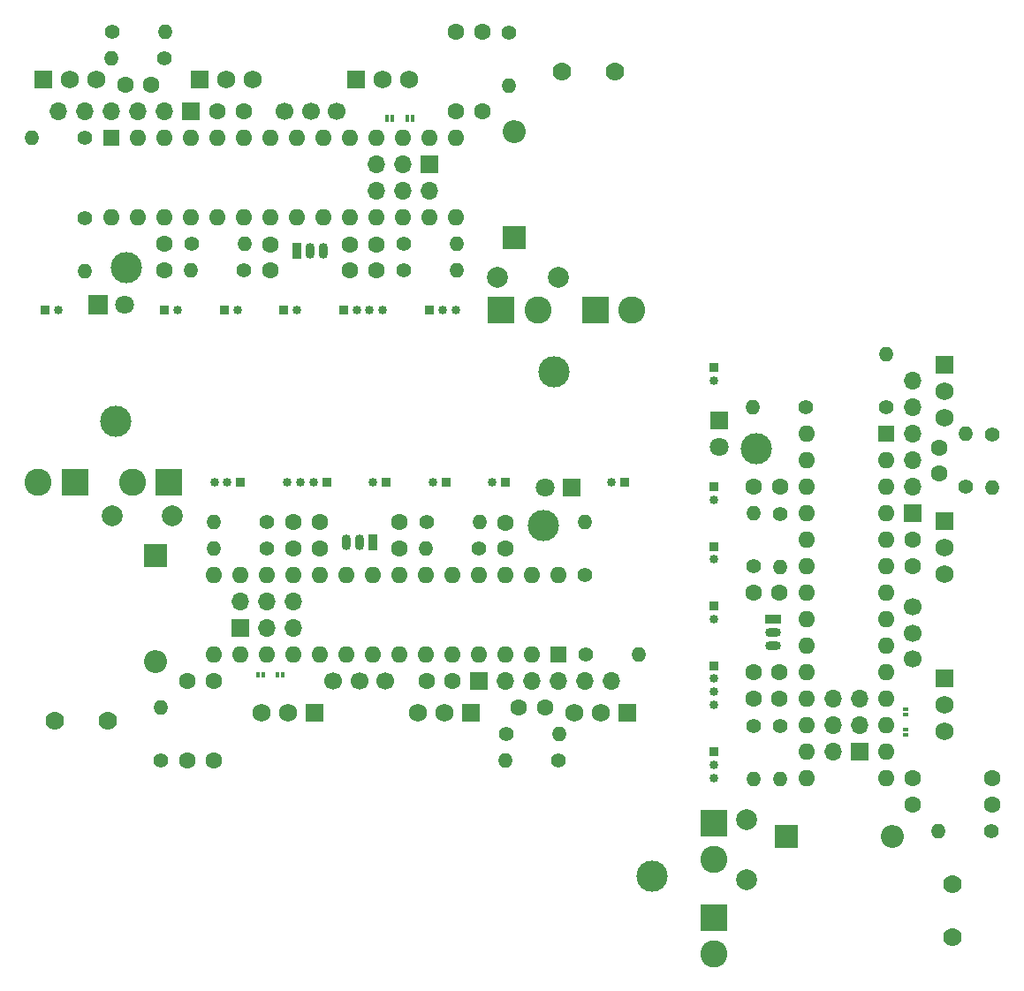
<source format=gts>
%MOIN*%
%OFA0B0*%
%FSLAX46Y46*%
%IPPOS*%
%LPD*%
%AMREC320*
4,1,3,
0.043307086614173228,0.043307086614173242,
-0.043307086614173242,0.043307086614173228,
-0.043307086614173228,-0.043307086614173242,
0.043307086614173242,-0.043307086614173228,
0*%
%AMREC330*
4,1,3,
0.033464566929133854,0.033464566929133861,
-0.033464566929133861,0.033464566929133854,
-0.033464566929133854,-0.033464566929133861,
0.033464566929133861,-0.033464566929133854,
0*%
%AMREC340*
4,1,3,
0.007874015748031496,0.011811023622047244,
-0.0078740157480314977,0.011811023622047244,
-0.007874015748031496,-0.011811023622047244,
0.0078740157480314977,-0.011811023622047244,
0*%
%AMREC350*
4,1,3,
0.035433070866141732,0.035433070866141739,
-0.035433070866141739,0.035433070866141732,
-0.035433070866141732,-0.035433070866141739,
0.035433070866141739,-0.035433070866141732,
0*%
%AMREC360*
4,1,3,
0.03444881889763779,0.0344488188976378,
-0.0344488188976378,0.03444881889763779,
-0.03444881889763779,-0.0344488188976378,
0.0344488188976378,-0.03444881889763779,
0*%
%AMREC370*
4,1,3,
0.031496062992125984,0.031496062992125991,
-0.031496062992125991,0.031496062992125984,
-0.031496062992125984,-0.031496062992125991,
0.031496062992125991,-0.031496062992125984,
0*%
%AMREC380*
4,1,3,
0.051181102362204724,0.051181102362204738,
-0.051181102362204738,0.051181102362204724,
-0.051181102362204724,-0.051181102362204738,
0.051181102362204738,-0.051181102362204724,
0*%
%AMREC390*
4,1,3,
0.017716535433070862,0.029527559055118113,
-0.017716535433070873,0.029527559055118113,
-0.017716535433070862,-0.029527559055118113,
0.017716535433070873,-0.029527559055118113,
0*%
%AMREC400*
4,1,3,
0.016732283464566927,0.016732283464566931,
-0.016732283464566931,0.016732283464566927,
-0.016732283464566927,-0.016732283464566931,
0.016732283464566931,-0.016732283464566927,
0*%
%ADD10C,0.0039370078740157488*%
%ADD11R,0.086614173228346469X0.086614173228346469*%
%ADD12O,0.086614173228346469X0.086614173228346469*%
%ADD13C,0.07*%
%ADD14R,0.066929133858267723X0.066929133858267723*%
%ADD15O,0.066929133858267723X0.066929133858267723*%
%ADD16R,0.015748031496062995X0.023622047244094488*%
%ADD17R,0.070866141732283464X0.070866141732283464*%
%ADD18C,0.070866141732283464*%
%ADD19C,0.11811023622047245*%
%ADD20C,0.068897637795275593*%
%ADD21R,0.068897637795275593X0.068897637795275593*%
%ADD22C,0.07874015748031496*%
%ADD23R,0.062992125984251982X0.062992125984251982*%
%ADD24O,0.062992125984251982X0.062992125984251982*%
%ADD25R,0.10236220472440946X0.10236220472440946*%
%ADD26C,0.10236220472440946*%
%ADD27C,0.066929133858267723*%
%ADD28C,0.055118110236220472*%
%ADD29O,0.055118110236220472X0.055118110236220472*%
%ADD30C,0.062992125984251982*%
%ADD31O,0.035433070866141732X0.059055118110236227*%
%ADD32R,0.035433070866141732X0.059055118110236227*%
%ADD33R,0.033464566929133861X0.033464566929133861*%
%ADD34C,0.033464566929133861*%
%ADD45C,0.0039370078740157488*%
%AMCOMP72*
4,1,3,
0.043307086614173228,0.043307086614173242,
-0.043307086614173242,0.043307086614173228,
-0.043307086614173228,-0.043307086614173242,
0.043307086614173242,-0.043307086614173228,
0*%
%ADD46COMP72*%
%ADD47O,0.086614173228346469X0.086614173228346469*%
%ADD48C,0.07*%
%AMCOMP73*
4,1,3,
0.033464566929133854,0.033464566929133861,
-0.033464566929133861,0.033464566929133854,
-0.033464566929133854,-0.033464566929133861,
0.033464566929133861,-0.033464566929133854,
0*%
%ADD49COMP73*%
%ADD50O,0.066929133858267723X0.066929133858267723*%
%AMCOMP74*
4,1,3,
0.007874015748031496,0.011811023622047244,
-0.0078740157480314977,0.011811023622047244,
-0.007874015748031496,-0.011811023622047244,
0.0078740157480314977,-0.011811023622047244,
0*%
%ADD51COMP74*%
%AMCOMP75*
4,1,3,
0.035433070866141732,0.035433070866141739,
-0.035433070866141739,0.035433070866141732,
-0.035433070866141732,-0.035433070866141739,
0.035433070866141739,-0.035433070866141732,
0*%
%ADD52COMP75*%
%ADD53C,0.070866141732283464*%
%ADD54C,0.11811023622047245*%
%ADD55C,0.068897637795275593*%
%AMCOMP76*
4,1,3,
0.03444881889763779,0.0344488188976378,
-0.0344488188976378,0.03444881889763779,
-0.03444881889763779,-0.0344488188976378,
0.0344488188976378,-0.03444881889763779,
0*%
%ADD56COMP76*%
%ADD57C,0.07874015748031496*%
%AMCOMP77*
4,1,3,
0.031496062992125984,0.031496062992125991,
-0.031496062992125991,0.031496062992125984,
-0.031496062992125984,-0.031496062992125991,
0.031496062992125991,-0.031496062992125984,
0*%
%ADD58COMP77*%
%ADD59O,0.062992125984251982X0.062992125984251982*%
%AMCOMP78*
4,1,3,
0.051181102362204724,0.051181102362204738,
-0.051181102362204738,0.051181102362204724,
-0.051181102362204724,-0.051181102362204738,
0.051181102362204738,-0.051181102362204724,
0*%
%ADD60COMP78*%
%ADD61C,0.10236220472440946*%
%ADD62C,0.066929133858267723*%
%ADD63C,0.055118110236220472*%
%ADD64O,0.055118110236220472X0.055118110236220472*%
%ADD65C,0.062992125984251982*%
%ADD66O,0.035433070866141732X0.059055118110236227*%
%AMCOMP79*
4,1,3,
0.017716535433070862,0.029527559055118113,
-0.017716535433070873,0.029527559055118113,
-0.017716535433070862,-0.029527559055118113,
0.017716535433070873,-0.029527559055118113,
0*%
%ADD67COMP79*%
%AMCOMP80*
4,1,3,
0.016732283464566927,0.016732283464566931,
-0.016732283464566931,0.016732283464566927,
-0.016732283464566927,-0.016732283464566931,
0.016732283464566931,-0.016732283464566927,
0*%
%ADD68COMP80*%
%ADD69C,0.033464566929133861*%
%ADD70C,0.0039370078740157488*%
%ADD71R,0.086614173228346469X0.086614173228346469*%
%ADD72O,0.086614173228346469X0.086614173228346469*%
%ADD73C,0.07*%
%ADD74R,0.066929133858267723X0.066929133858267723*%
%ADD75O,0.066929133858267723X0.066929133858267723*%
%ADD76R,0.023622047244094488X0.015748031496062995*%
%ADD77R,0.070866141732283464X0.070866141732283464*%
%ADD78C,0.070866141732283464*%
%ADD79C,0.11811023622047245*%
%ADD80C,0.068897637795275593*%
%ADD81R,0.068897637795275593X0.068897637795275593*%
%ADD82C,0.07874015748031496*%
%ADD83R,0.062992125984251982X0.062992125984251982*%
%ADD84O,0.062992125984251982X0.062992125984251982*%
%ADD85R,0.10236220472440946X0.10236220472440946*%
%ADD86C,0.10236220472440946*%
%ADD87C,0.066929133858267723*%
%ADD88C,0.055118110236220472*%
%ADD89O,0.055118110236220472X0.055118110236220472*%
%ADD90C,0.062992125984251982*%
%ADD91O,0.059055118110236227X0.035433070866141732*%
%ADD92R,0.059055118110236227X0.035433070866141732*%
%ADD93R,0.033464566929133861X0.033464566929133861*%
%ADD94C,0.033464566929133861*%
G01*
D10*
D11*
X-0001338582Y0005393700D02*
X0000661417Y0001643700D03*
D12*
X0000661417Y0001243700D03*
D13*
X0000481417Y0001018700D03*
X0000281417Y0001018700D03*
D14*
X0001881417Y0001168700D03*
D15*
X0001981417Y0001168700D03*
X0002081417Y0001168700D03*
X0002181417Y0001168700D03*
X0002281417Y0001168700D03*
X0002381417Y0001168700D03*
D16*
X0001141259Y0001193700D03*
X0001121574Y0001193700D03*
D17*
X0002231417Y0001898700D03*
D18*
X0002131417Y0001898700D03*
D19*
X0002125905Y0001757283D03*
D20*
X0002240866Y0001048622D03*
X0002340866Y0001048622D03*
D21*
X0002440866Y0001048622D03*
D22*
X0000497244Y0001793700D03*
X0000725590Y0001793700D03*
D19*
X0000511732Y0002150984D03*
D23*
X0002181417Y0001268700D03*
D24*
X0000881417Y0001568700D03*
X0002081417Y0001268700D03*
X0000981417Y0001568700D03*
X0001981417Y0001268700D03*
X0001081417Y0001568700D03*
X0001881417Y0001268700D03*
X0001181417Y0001568700D03*
X0001781417Y0001268700D03*
X0001281417Y0001568700D03*
X0001681417Y0001268700D03*
X0001381417Y0001568700D03*
X0001581417Y0001268700D03*
X0001481417Y0001568700D03*
X0001481417Y0001268700D03*
X0001581417Y0001568700D03*
X0001381417Y0001268700D03*
X0001681417Y0001568700D03*
X0001281417Y0001268700D03*
X0001781417Y0001568700D03*
X0001181417Y0001268700D03*
X0001881417Y0001568700D03*
X0001081417Y0001268700D03*
X0001981417Y0001568700D03*
X0000981417Y0001268700D03*
X0002081417Y0001568700D03*
X0000881417Y0001268700D03*
X0002181417Y0001568700D03*
D25*
X0000711417Y0001918700D03*
D26*
X0000573622Y0001918700D03*
D25*
X0000356417Y0001918700D03*
D26*
X0000218622Y0001918700D03*
D27*
X0001331417Y0001168700D03*
X0001429842Y0001168700D03*
X0001528267Y0001168700D03*
D28*
X0001982992Y0000968700D03*
D29*
X0002182992Y0000968700D03*
D28*
X0002179842Y0000868700D03*
D29*
X0001979842Y0000868700D03*
D30*
X0001581417Y0001768700D03*
X0001581417Y0001670275D03*
X0001281417Y0001768700D03*
X0001281417Y0001670275D03*
X0001781417Y0001168700D03*
X0001682992Y0001168700D03*
D31*
X0001431417Y0001693700D03*
X0001381417Y0001693700D03*
D32*
X0001481417Y0001693700D03*
D30*
X0001181417Y0001768700D03*
X0001181417Y0001670275D03*
X0002031417Y0001068700D03*
X0002129842Y0001068700D03*
D28*
X0002282992Y0001268700D03*
D29*
X0002482992Y0001268700D03*
D30*
X0001981417Y0001668700D03*
X0001981417Y0001767125D03*
D28*
X0001682992Y0001768700D03*
D29*
X0001882992Y0001768700D03*
D28*
X0001879842Y0001668700D03*
D29*
X0001679842Y0001668700D03*
D20*
X0001650314Y0001048622D03*
X0001750314Y0001048622D03*
D21*
X0001850314Y0001048622D03*
D20*
X0001059763Y0001048622D03*
X0001159763Y0001048622D03*
D21*
X0001259763Y0001048622D03*
D28*
X0001079842Y0001668700D03*
D29*
X0000879842Y0001668700D03*
D28*
X0001079842Y0001768700D03*
D29*
X0000879842Y0001768700D03*
D28*
X0002281417Y0001570275D03*
D29*
X0002281417Y0001770275D03*
D30*
X0000781417Y0001168700D03*
X0000781417Y0000868700D03*
X0000881417Y0001168700D03*
X0000881417Y0000868700D03*
D28*
X0000681417Y0000870275D03*
D29*
X0000681417Y0001070275D03*
D14*
X0000981417Y0001368700D03*
D15*
X0000981417Y0001468700D03*
X0001081417Y0001368700D03*
X0001081417Y0001468700D03*
X0001181417Y0001368700D03*
X0001181417Y0001468700D03*
D33*
X0001756417Y0001918700D03*
D34*
X0001707204Y0001918700D03*
D33*
X0001306417Y0001918700D03*
D34*
X0001257204Y0001918700D03*
X0001207992Y0001918700D03*
X0001158779Y0001918700D03*
D33*
X0001531417Y0001918700D03*
D34*
X0001482204Y0001918700D03*
D33*
X0002431417Y0001918700D03*
D34*
X0002382204Y0001918700D03*
D33*
X0001981417Y0001918700D03*
D34*
X0001932204Y0001918700D03*
D33*
X0000981417Y0001918700D03*
D34*
X0000932204Y0001918700D03*
X0000882992Y0001918700D03*
D16*
X0001046574Y0001193700D03*
X0001066259Y0001193700D03*
G04 next file*
G04 #@! TF.FileFunction,Soldermask,Top*
G04 Gerber Fmt 4.6, Leading zero omitted, Abs format (unit mm)*
G04 Created by KiCad (PCBNEW 4.0.7) date 07/26/19 16:42:22*
G01*
G04 APERTURE LIST*
G04 APERTURE END LIST*
D45*
D46*
X0004015748Y-0000905511D02*
X0002015747Y0002844488D03*
D47*
X0002015747Y0003244488D03*
D48*
X0002195747Y0003469488D03*
X0002395747Y0003469488D03*
D49*
X0000795747Y0003319488D03*
D50*
X0000695747Y0003319488D03*
X0000595747Y0003319488D03*
X0000495747Y0003319488D03*
X0000395747Y0003319488D03*
X0000295747Y0003319488D03*
D51*
X0001535905Y0003294488D03*
X0001555590Y0003294488D03*
D52*
X0000445747Y0002589488D03*
D53*
X0000545747Y0002589488D03*
D54*
X0000551259Y0002730905D03*
D55*
X0000436299Y0003439566D03*
X0000336299Y0003439566D03*
D56*
X0000236299Y0003439566D03*
D57*
X0002179921Y0002694488D03*
X0001951574Y0002694488D03*
D54*
X0002165433Y0002337204D03*
D58*
X0000495747Y0003219488D03*
D59*
X0001795747Y0002919488D03*
X0000595747Y0003219488D03*
X0001695747Y0002919488D03*
X0000695747Y0003219488D03*
X0001595747Y0002919488D03*
X0000795747Y0003219488D03*
X0001495747Y0002919488D03*
X0000895747Y0003219488D03*
X0001395747Y0002919488D03*
X0000995747Y0003219488D03*
X0001295747Y0002919488D03*
X0001095747Y0003219488D03*
X0001195747Y0002919488D03*
X0001195747Y0003219488D03*
X0001095747Y0002919488D03*
X0001295747Y0003219488D03*
X0000995747Y0002919488D03*
X0001395747Y0003219488D03*
X0000895747Y0002919488D03*
X0001495747Y0003219488D03*
X0000795747Y0002919488D03*
X0001595747Y0003219488D03*
X0000695747Y0002919488D03*
X0001695747Y0003219488D03*
X0000595747Y0002919488D03*
X0001795747Y0003219488D03*
X0000495747Y0002919488D03*
D60*
X0001965747Y0002569488D03*
D61*
X0002103543Y0002569488D03*
D60*
X0002320747Y0002569488D03*
D61*
X0002458543Y0002569488D03*
D62*
X0001345747Y0003319488D03*
X0001247322Y0003319488D03*
X0001148897Y0003319488D03*
D63*
X0000694173Y0003519488D03*
D64*
X0000494173Y0003519488D03*
D63*
X0000497322Y0003619488D03*
D64*
X0000697322Y0003619488D03*
D65*
X0001095747Y0002719488D03*
X0001095747Y0002817913D03*
X0001395747Y0002719488D03*
X0001395747Y0002817913D03*
X0000895747Y0003319488D03*
X0000994173Y0003319488D03*
D66*
X0001245747Y0002794488D03*
X0001295747Y0002794488D03*
D67*
X0001195747Y0002794488D03*
D65*
X0001495747Y0002719488D03*
X0001495747Y0002817913D03*
X0000645747Y0003419488D03*
X0000547322Y0003419488D03*
D63*
X0000394173Y0003219488D03*
D64*
X0000194173Y0003219488D03*
D65*
X0000695747Y0002819488D03*
X0000695747Y0002721062D03*
D63*
X0000994173Y0002719488D03*
D64*
X0000794173Y0002719488D03*
D63*
X0000797322Y0002819488D03*
D64*
X0000997322Y0002819488D03*
D55*
X0001026850Y0003439566D03*
X0000926850Y0003439566D03*
D56*
X0000826850Y0003439566D03*
D55*
X0001617401Y0003439566D03*
X0001517401Y0003439566D03*
D56*
X0001417401Y0003439566D03*
D63*
X0001597322Y0002819488D03*
D64*
X0001797322Y0002819488D03*
D63*
X0001597322Y0002719488D03*
D64*
X0001797322Y0002719488D03*
D63*
X0000395747Y0002917913D03*
D64*
X0000395747Y0002717913D03*
D65*
X0001895747Y0003319488D03*
X0001895747Y0003619488D03*
X0001795747Y0003319488D03*
X0001795747Y0003619488D03*
D63*
X0001995747Y0003617913D03*
D64*
X0001995747Y0003417913D03*
D49*
X0001695747Y0003119488D03*
D50*
X0001695747Y0003019488D03*
X0001595747Y0003119488D03*
X0001595747Y0003019488D03*
X0001495747Y0003119488D03*
X0001495747Y0003019488D03*
D68*
X0000920747Y0002569488D03*
D69*
X0000969960Y0002569488D03*
D68*
X0001370747Y0002569488D03*
D69*
X0001419960Y0002569488D03*
X0001469173Y0002569488D03*
X0001518385Y0002569488D03*
D68*
X0001145747Y0002569488D03*
D69*
X0001194960Y0002569488D03*
D68*
X0000245747Y0002569488D03*
D69*
X0000294960Y0002569488D03*
D68*
X0000695747Y0002569488D03*
D69*
X0000744960Y0002569488D03*
D68*
X0001695747Y0002569488D03*
D69*
X0001744960Y0002569488D03*
X0001794173Y0002569488D03*
D51*
X0001630590Y0003294488D03*
X0001610905Y0003294488D03*
G04 next file*
G04 #@! TF.FileFunction,Soldermask,Top*
G04 Gerber Fmt 4.6, Leading zero omitted, Abs format (unit mm)*
G04 Created by KiCad (PCBNEW 4.0.7) date 07/26/19 16:42:22*
G01*
G04 APERTURE LIST*
G04 APERTURE END LIST*
D70*
D71*
X-0000708661Y-0001417322D02*
X0003041338Y0000582677D03*
D72*
X0003441338Y0000582677D03*
D73*
X0003666338Y0000402677D03*
X0003666338Y0000202677D03*
D74*
X0003516338Y0001802677D03*
D75*
X0003516338Y0001902677D03*
X0003516338Y0002002677D03*
X0003516338Y0002102677D03*
X0003516338Y0002202677D03*
X0003516338Y0002302677D03*
D76*
X0003491338Y0001062519D03*
X0003491338Y0001042834D03*
D77*
X0002786338Y0002152677D03*
D78*
X0002786338Y0002052677D03*
D79*
X0002927755Y0002047165D03*
D80*
X0003636417Y0002162125D03*
X0003636417Y0002262125D03*
D81*
X0003636417Y0002362125D03*
D82*
X0002891338Y0000418503D03*
X0002891338Y0000646850D03*
D79*
X0002534055Y0000432992D03*
D83*
X0003416338Y0002102677D03*
D84*
X0003116338Y0000802677D03*
X0003416338Y0002002677D03*
X0003116338Y0000902677D03*
X0003416338Y0001902677D03*
X0003116338Y0001002677D03*
X0003416338Y0001802677D03*
X0003116338Y0001102677D03*
X0003416338Y0001702677D03*
X0003116338Y0001202677D03*
X0003416338Y0001602677D03*
X0003116338Y0001302677D03*
X0003416338Y0001502677D03*
X0003116338Y0001402677D03*
X0003416338Y0001402677D03*
X0003116338Y0001502677D03*
X0003416338Y0001302677D03*
X0003116338Y0001602677D03*
X0003416338Y0001202677D03*
X0003116338Y0001702677D03*
X0003416338Y0001102677D03*
X0003116338Y0001802677D03*
X0003416338Y0001002677D03*
X0003116338Y0001902677D03*
X0003416338Y0000902677D03*
X0003116338Y0002002677D03*
X0003416338Y0000802677D03*
X0003116338Y0002102677D03*
D85*
X0002766338Y0000632677D03*
D86*
X0002766338Y0000494881D03*
D85*
X0002766338Y0000277677D03*
D86*
X0002766338Y0000139881D03*
D87*
X0003516338Y0001252677D03*
X0003516338Y0001351102D03*
X0003516338Y0001449527D03*
D88*
X0003716338Y0001904251D03*
D89*
X0003716338Y0002104251D03*
D88*
X0003816338Y0002101102D03*
D89*
X0003816338Y0001901102D03*
D90*
X0002916338Y0001502677D03*
X0003014763Y0001502677D03*
X0002916338Y0001202677D03*
X0003014763Y0001202677D03*
X0003516338Y0001702677D03*
X0003516338Y0001604251D03*
D91*
X0002991338Y0001352677D03*
X0002991338Y0001302677D03*
D92*
X0002991338Y0001402677D03*
D90*
X0002916338Y0001102677D03*
X0003014763Y0001102677D03*
X0003616338Y0001952677D03*
X0003616338Y0002051102D03*
D88*
X0003416338Y0002204251D03*
D89*
X0003416338Y0002404251D03*
D90*
X0003016338Y0001902677D03*
X0002917913Y0001902677D03*
D88*
X0002916338Y0001604251D03*
D89*
X0002916338Y0001804251D03*
D88*
X0003016338Y0001801102D03*
D89*
X0003016338Y0001601102D03*
D80*
X0003636417Y0001571574D03*
X0003636417Y0001671574D03*
D81*
X0003636417Y0001771574D03*
D80*
X0003636417Y0000981023D03*
X0003636417Y0001081023D03*
D81*
X0003636417Y0001181023D03*
D88*
X0003016338Y0001001102D03*
D89*
X0003016338Y0000801102D03*
D88*
X0002916338Y0001001102D03*
D89*
X0002916338Y0000801102D03*
D88*
X0003114763Y0002202677D03*
D89*
X0002914763Y0002202677D03*
D90*
X0003516338Y0000702677D03*
X0003816338Y0000702677D03*
X0003516338Y0000802677D03*
X0003816338Y0000802677D03*
D88*
X0003814763Y0000602677D03*
D89*
X0003614763Y0000602677D03*
D74*
X0003316338Y0000902677D03*
D75*
X0003216338Y0000902677D03*
X0003316338Y0001002677D03*
X0003216338Y0001002677D03*
X0003316338Y0001102677D03*
X0003216338Y0001102677D03*
D93*
X0002766338Y0001677677D03*
D94*
X0002766338Y0001628464D03*
D93*
X0002766338Y0001227677D03*
D94*
X0002766338Y0001178464D03*
X0002766338Y0001129251D03*
X0002766338Y0001080039D03*
D93*
X0002766338Y0001452677D03*
D94*
X0002766338Y0001403464D03*
D93*
X0002766338Y0002352677D03*
D94*
X0002766338Y0002303464D03*
D93*
X0002766338Y0001902677D03*
D94*
X0002766338Y0001853464D03*
D93*
X0002766338Y0000902677D03*
D94*
X0002766338Y0000853464D03*
X0002766338Y0000804251D03*
D76*
X0003491338Y0000967834D03*
X0003491338Y0000987519D03*
M02*
</source>
